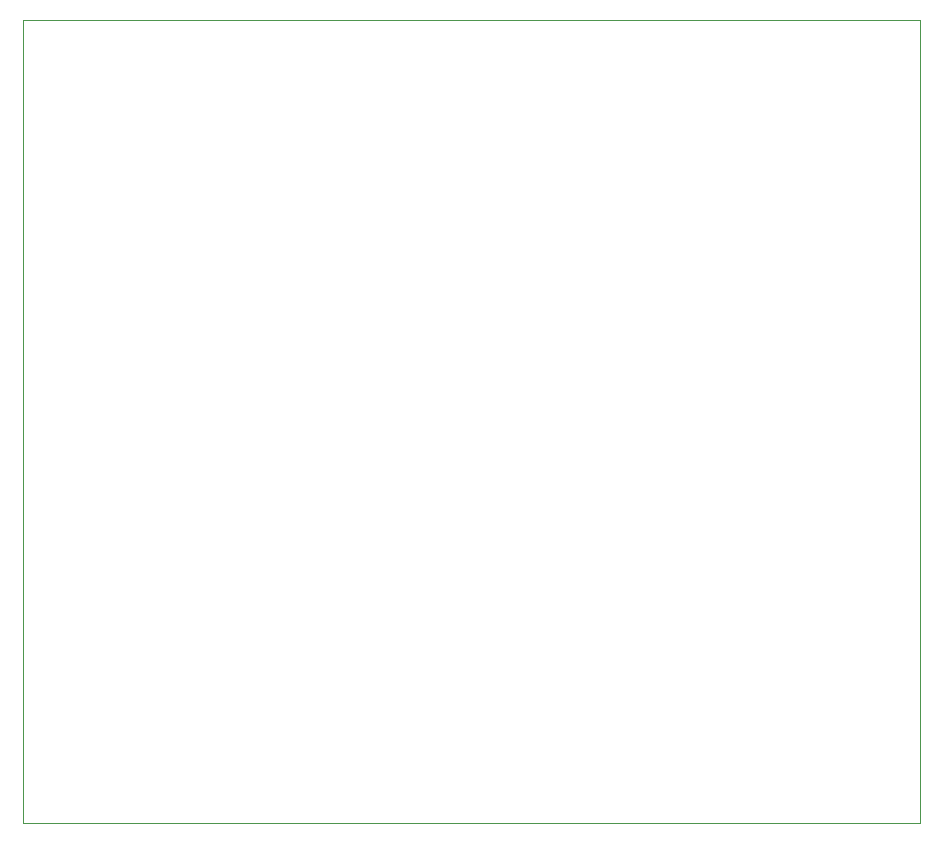
<source format=gbr>
G04 Layer_Color=0*
%FSLAX45Y45*%
%MOMM*%
%TF.FileFunction,Profile,NP*%
%TF.Part,Single*%
G01*
G75*
%TA.AperFunction,Profile*%
%ADD65C,0.02540*%
G36*
X-136521Y1464101D02*
Y1456523D01*
X-130721Y1442519D01*
X-120003Y1431801D01*
X-105999Y1426000D01*
X-98420D01*
X-105853Y1426732D01*
X-119588Y1432422D01*
X-130100Y1442934D01*
X-135789Y1456668D01*
X-136521Y1464101D01*
D01*
D02*
G37*
G36*
D02*
Y1456523D01*
X-130721Y1442519D01*
X-120003Y1431801D01*
X-105999Y1426000D01*
X-98420D01*
X-105853Y1426732D01*
X-119588Y1432422D01*
X-130100Y1442934D01*
X-135789Y1456668D01*
X-136521Y1464101D01*
D01*
D02*
G37*
G36*
D02*
Y1456523D01*
X-130721Y1442519D01*
X-120003Y1431801D01*
X-105999Y1426000D01*
X-98420D01*
X-105853Y1426732D01*
X-119588Y1432422D01*
X-130100Y1442934D01*
X-135789Y1456668D01*
X-136521Y1464101D01*
D01*
D02*
G37*
D65*
X-3319300Y-1650100D02*
X4280700D01*
Y5149900D01*
X-3319300D01*
Y-1650100D01*
%TF.MD5,1DE86C62B1C438ABBB75FEEEF50FB4CD*%
M02*

</source>
